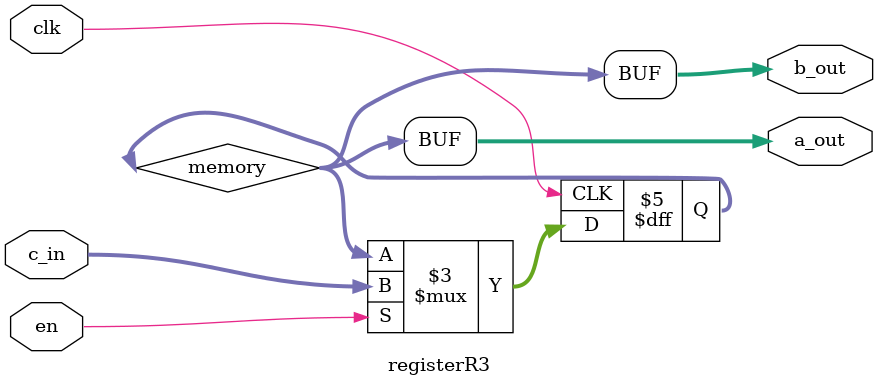
<source format=v>
module registerR3(clk,en,c_in,a_out,b_out);
	input clk, en;
	input [15:0] c_in;
	output [15:0] a_out, b_out;
	reg [15:0] memory;
	//reg [15:0] a_out, b_out;
	always@(posedge clk)
		begin
			if (en)
				//a_out <= c_in;
				//b_out <= c_in;
				memory =c_in;
		end

	assign a_out = memory;
	assign b_out = memory;
endmodule 
</source>
